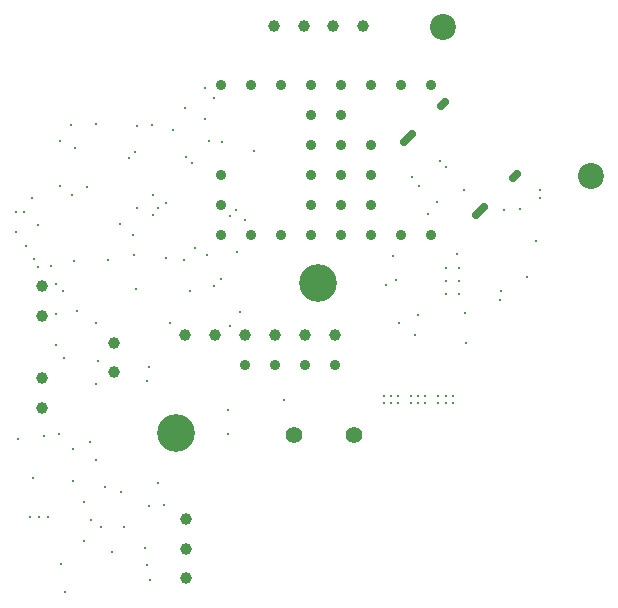
<source format=gbr>
%TF.GenerationSoftware,Altium Limited,Altium Designer,23.4.1 (23)*%
G04 Layer_Color=0*
%FSLAX26Y26*%
%MOIN*%
%TF.SameCoordinates,1F395C4B-4EE4-4E32-9856-E664E5071CD5*%
%TF.FilePolarity,Positive*%
%TF.FileFunction,Plated,1,4,PTH,Drill*%
%TF.Part,CustomerPanel*%
G01*
G75*
%TA.AperFunction,ComponentDrill*%
%ADD137C,0.039370*%
%ADD138C,0.036000*%
%ADD139C,0.039370*%
%ADD140C,0.035000*%
%ADD141C,0.055118*%
%ADD142C,0.055000*%
%TA.AperFunction,OtherDrill,Pad Free-4 (1933.042mil,1449.009mil)*%
%ADD143C,0.086614*%
%TA.AperFunction,OtherDrill,Pad Free-4 (1440.916mil,1945.442mil)*%
%ADD144C,0.086614*%
%TA.AperFunction,ComponentDrill*%
%ADD145C,0.035000*%
%ADD146C,0.036000*%
G04:AMPARAMS|DCode=147|XSize=47.244mil|YSize=27.559mil|CornerRadius=0mil|HoleSize=0mil|Usage=FLASHONLY|Rotation=585.000|XOffset=0mil|YOffset=0mil|HoleType=Round|Shape=Round|*
%AMOVALD147*
21,1,0.019685,0.027559,0.000000,0.000000,585.0*
1,1,0.027559,0.006960,0.006960*
1,1,0.027559,-0.006960,-0.006960*
%
%ADD147OVALD147*%

G04:AMPARAMS|DCode=148|XSize=66.929mil|YSize=27.559mil|CornerRadius=0mil|HoleSize=0mil|Usage=FLASHONLY|Rotation=585.000|XOffset=0mil|YOffset=0mil|HoleType=Round|Shape=Round|*
%AMOVALD148*
21,1,0.039370,0.027559,0.000000,0.000000,585.0*
1,1,0.027559,0.013919,0.013919*
1,1,0.027559,-0.013919,-0.013919*
%
%ADD148OVALD148*%

G04:AMPARAMS|DCode=149|XSize=66.929mil|YSize=27.559mil|CornerRadius=0mil|HoleSize=0mil|Usage=FLASHONLY|Rotation=225.000|XOffset=0mil|YOffset=0mil|HoleType=Round|Shape=Round|*
%AMOVALD149*
21,1,0.039370,0.027559,0.000000,0.000000,225.0*
1,1,0.027559,0.013919,0.013919*
1,1,0.027559,-0.013919,-0.013919*
%
%ADD149OVALD149*%

G04:AMPARAMS|DCode=150|XSize=47.244mil|YSize=27.559mil|CornerRadius=0mil|HoleSize=0mil|Usage=FLASHONLY|Rotation=225.000|XOffset=0mil|YOffset=0mil|HoleType=Round|Shape=Round|*
%AMOVALD150*
21,1,0.019685,0.027559,0.000000,0.000000,225.0*
1,1,0.027559,0.006960,0.006960*
1,1,0.027559,-0.006960,-0.006960*
%
%ADD150OVALD150*%

%TA.AperFunction,OtherDrill,Pad Free-4 (551.811mil,592.395mil)*%
%ADD151C,0.125984*%
%TA.AperFunction,OtherDrill,Pad Free-4 (1023.622mil,1095.204mil)*%
%ADD152C,0.125984*%
%TA.AperFunction,ViaDrill,NotFilled*%
%ADD153C,0.007874*%
D137*
X1172829Y1949127D02*
D03*
X1074404D02*
D03*
X975979D02*
D03*
X877554D02*
D03*
X1081192Y921458D02*
D03*
X981192D02*
D03*
X881192D02*
D03*
X781192D02*
D03*
X681192D02*
D03*
X581192D02*
D03*
D138*
X699192Y1354458D02*
D03*
X699192Y1254458D02*
D03*
Y1454458D02*
D03*
D139*
X102333Y677726D02*
D03*
Y776151D02*
D03*
Y984812D02*
D03*
Y1083237D02*
D03*
X584192Y305883D02*
D03*
Y207458D02*
D03*
Y109033D02*
D03*
X342491Y795836D02*
D03*
Y894261D02*
D03*
D140*
X1081192Y821458D02*
D03*
X981192D02*
D03*
X881192D02*
D03*
X781192D02*
D03*
D141*
X1144853Y587174D02*
D03*
D142*
X944853D02*
D03*
D143*
X1933042Y1449009D02*
D03*
D144*
X1440916Y1945442D02*
D03*
D145*
X1199192Y1554458D02*
D03*
Y1454458D02*
D03*
Y1354458D02*
D03*
X1099192D02*
D03*
Y1454458D02*
D03*
Y1554458D02*
D03*
Y1654458D02*
D03*
X999192Y1354458D02*
D03*
X999192Y1454458D02*
D03*
Y1554458D02*
D03*
X999192Y1654458D02*
D03*
D146*
X1099192Y1754458D02*
D03*
X1199192Y1754458D02*
D03*
X999192Y1754458D02*
D03*
X899192D02*
D03*
X1399192Y1254458D02*
D03*
Y1754458D02*
D03*
X799192Y1754458D02*
D03*
X799192Y1254458D02*
D03*
X899192Y1254458D02*
D03*
X999192Y1254458D02*
D03*
X1099192D02*
D03*
X1199192Y1254458D02*
D03*
X1299192Y1254458D02*
D03*
Y1754458D02*
D03*
X699192Y1754458D02*
D03*
D147*
X1438762Y1691690D02*
D03*
D148*
X1322396Y1575323D02*
D03*
D149*
X1562923Y1334796D02*
D03*
D150*
X1679289Y1451162D02*
D03*
D151*
X551811Y592395D02*
D03*
D152*
X1023622Y1095204D02*
D03*
D153*
X701000Y1108000D02*
D03*
X576414Y1169586D02*
D03*
X754192Y1195458D02*
D03*
X165150Y1416609D02*
D03*
X1291339Y716535D02*
D03*
X1244094D02*
D03*
X1267716D02*
D03*
X1244094Y692913D02*
D03*
X1267716D02*
D03*
X1291339D02*
D03*
X1381890Y716535D02*
D03*
X1358268D02*
D03*
X1334646D02*
D03*
Y692913D02*
D03*
X1358268D02*
D03*
X1381890D02*
D03*
X447000Y210000D02*
D03*
X1472441Y692913D02*
D03*
X1448819D02*
D03*
X1425197D02*
D03*
Y716535D02*
D03*
X1448819D02*
D03*
X1472441D02*
D03*
X1346457Y921260D02*
D03*
X1295276Y959914D02*
D03*
X539461Y1604403D02*
D03*
X201000Y1619000D02*
D03*
X811000Y1534000D02*
D03*
X420000Y1616000D02*
D03*
X283000Y1622000D02*
D03*
X581000Y1677000D02*
D03*
X648184Y1640324D02*
D03*
X702585Y1564000D02*
D03*
X652113Y1188113D02*
D03*
X678000Y1709000D02*
D03*
X150000Y886000D02*
D03*
X176929Y844000D02*
D03*
X282955Y961022D02*
D03*
X529251Y960828D02*
D03*
X416080Y1073999D02*
D03*
X71000Y1377000D02*
D03*
X149419Y991390D02*
D03*
X16732Y1262129D02*
D03*
X51199Y1217801D02*
D03*
X455000Y768000D02*
D03*
X291000Y833000D02*
D03*
X613781Y1211781D02*
D03*
X598000Y1066000D02*
D03*
X411192Y1186458D02*
D03*
X763000Y997000D02*
D03*
X1485530Y1191120D02*
D03*
X1284969Y1104680D02*
D03*
X1518000Y892000D02*
D03*
X1722000Y1114379D02*
D03*
X1635192Y1065458D02*
D03*
X1629192Y1038458D02*
D03*
X90000Y1286000D02*
D03*
X43448Y1330709D02*
D03*
X77690Y1172044D02*
D03*
X732000Y951000D02*
D03*
X151645Y1090645D02*
D03*
X174645Y1067645D02*
D03*
X91126Y1147781D02*
D03*
X134843Y1150591D02*
D03*
X210311Y1165928D02*
D03*
X779732Y1302958D02*
D03*
X731192Y1316458D02*
D03*
X749875Y1338316D02*
D03*
X221735Y999002D02*
D03*
X16732Y1330709D02*
D03*
X1431524Y1500128D02*
D03*
X459192Y814458D02*
D03*
X284394Y755635D02*
D03*
X25192Y572458D02*
D03*
X206065Y539545D02*
D03*
X206655Y434056D02*
D03*
X285192Y502458D02*
D03*
X312192Y414458D02*
D03*
X301450Y281716D02*
D03*
X267010Y302359D02*
D03*
X375495Y278802D02*
D03*
X244192Y363458D02*
D03*
X92491Y313426D02*
D03*
X110207Y583458D02*
D03*
X72829Y442509D02*
D03*
X159192Y590458D02*
D03*
X265318Y562421D02*
D03*
X724381Y671269D02*
D03*
X460192Y349458D02*
D03*
X489192Y425458D02*
D03*
X509192Y354458D02*
D03*
X910192Y704513D02*
D03*
X724381Y590647D02*
D03*
X212192Y1542458D02*
D03*
X163192Y1565458D02*
D03*
X660192D02*
D03*
X678192Y1083458D02*
D03*
X1512261Y994797D02*
D03*
X1275192Y1182458D02*
D03*
X604062Y1494027D02*
D03*
X585143Y1512891D02*
D03*
X646192Y1742458D02*
D03*
X245050Y234812D02*
D03*
X181192Y62458D02*
D03*
X368081Y395654D02*
D03*
X453837Y154104D02*
D03*
X464192Y104458D02*
D03*
X337928Y195721D02*
D03*
X166577Y156072D02*
D03*
X122018Y313426D02*
D03*
X62963D02*
D03*
X1764192Y1402175D02*
D03*
X1450333Y1481148D02*
D03*
X1764192Y1375458D02*
D03*
X1750310Y1233135D02*
D03*
X1251192Y1085458D02*
D03*
X1356192Y985458D02*
D03*
X1361192Y1415458D02*
D03*
X1511056Y1405214D02*
D03*
X1389192Y1323458D02*
D03*
X1421192Y1363990D02*
D03*
X1696192Y1339458D02*
D03*
X1338548Y1447957D02*
D03*
X1643814Y1337316D02*
D03*
X469192Y1618957D02*
D03*
X363993Y1289657D02*
D03*
X393192Y1510458D02*
D03*
X414192Y1531316D02*
D03*
X475192Y1319458D02*
D03*
X202192Y1385564D02*
D03*
X518192Y1361458D02*
D03*
X405390Y1252259D02*
D03*
X325192Y1169458D02*
D03*
X255192Y1412458D02*
D03*
X490192Y1343458D02*
D03*
X473192Y1387576D02*
D03*
X419952Y1342390D02*
D03*
X518192Y1175458D02*
D03*
X1492097Y1142293D02*
D03*
X1448790D02*
D03*
X1492097Y1098986D02*
D03*
X1448790D02*
D03*
X1492097Y1055678D02*
D03*
X1448790D02*
D03*
%TF.MD5,986c24b192d5c83638371751b7580fcd*%
M02*

</source>
